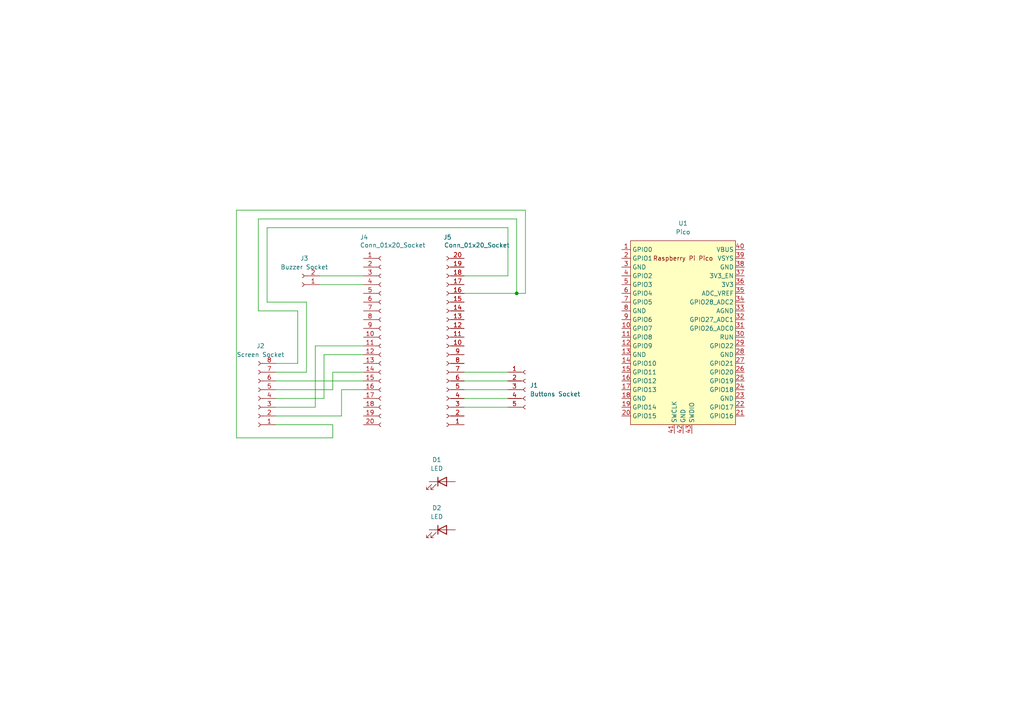
<source format=kicad_sch>
(kicad_sch (version 20231120) (generator "eeschema") (generator_version "8.0")
  (paper "A4")
  (lib_symbols
    (symbol "Connector:Conn_01x02_Socket" (pin_names (offset 1.016) hide)
      (property "Reference" "J" (at 0 2.54 0))
      (property "Value" "Conn_01x02_Socket" (at 0 -5.08 0))
      (symbol "Conn_01x02_Socket_1_1"
        (arc (start 0 -2.032) (mid -0.5058 -2.54) (end 0 -3.048) (stroke (width 0.1524)))
        (polyline (pts (xy -1.27 -2.54) (xy -0.508 -2.54)) (stroke (width 0.1524)))
        (polyline (pts (xy -1.27 0) (xy -0.508 0)) (stroke (width 0.1524)))
        (arc (start 0 0.508) (mid -0.5058 0) (end 0 -0.508) (stroke (width 0.1524)))
        (pin passive line (at -5.08 0 0) (length 3.81) (name "Pin_1") (number "1"))
        (pin passive line (at -5.08 -2.54 0) (length 3.81) (name "Pin_2") (number "2"))
      )
    )
    (symbol "Connector:Conn_01x05_Socket" (pin_names (offset 1.016) hide)
      (property "Reference" "J" (at 0 7.62 0))
      (property "Value" "Conn_01x05_Socket" (at 0 -7.62 0))
      (symbol "Conn_01x05_Socket_1_1"
        (arc (start 0 -4.572) (mid -0.5058 -5.08) (end 0 -5.588) (stroke (width 0.1524)))
        (arc (start 0 -2.032) (mid -0.5058 -2.54) (end 0 -3.048) (stroke (width 0.1524)))
        (polyline (pts (xy -1.27 -5.08) (xy -0.508 -5.08)) (stroke (width 0.1524)))
        (polyline (pts (xy -1.27 -2.54) (xy -0.508 -2.54)) (stroke (width 0.1524)))
        (polyline (pts (xy -1.27 0) (xy -0.508 0)) (stroke (width 0.1524)))
        (polyline (pts (xy -1.27 2.54) (xy -0.508 2.54)) (stroke (width 0.1524)))
        (polyline (pts (xy -1.27 5.08) (xy -0.508 5.08)) (stroke (width 0.1524)))
        (arc (start 0 0.508) (mid -0.5058 0) (end 0 -0.508) (stroke (width 0.1524)))
        (arc (start 0 3.048) (mid -0.5058 2.54) (end 0 2.032) (stroke (width 0.1524)))
        (arc (start 0 5.588) (mid -0.5058 5.08) (end 0 4.572) (stroke (width 0.1524)))
        (pin passive line (at -5.08 5.08 0) (length 3.81) (name "Pin_1") (number "1"))
        (pin passive line (at -5.08 2.54 0) (length 3.81) (name "Pin_2") (number "2"))
        (pin passive line (at -5.08 0 0) (length 3.81) (name "Pin_3") (number "3"))
        (pin passive line (at -5.08 -2.54 0) (length 3.81) (name "Pin_4") (number "4"))
        (pin passive line (at -5.08 -5.08 0) (length 3.81) (name "Pin_5") (number "5"))
      )
    )
    (symbol "Connector:Conn_01x08_Socket" (pin_names (offset 1.016) hide)
      (property "Reference" "J" (at 0 10.16 0))
      (property "Value" "Conn_01x08_Socket" (at 0 -12.7 0))
      (symbol "Conn_01x08_Socket_1_1"
        (arc (start 0 -9.652) (mid -0.5058 -10.16) (end 0 -10.668) (stroke (width 0.1524)))
        (arc (start 0 -7.112) (mid -0.5058 -7.62) (end 0 -8.128) (stroke (width 0.1524)))
        (arc (start 0 -4.572) (mid -0.5058 -5.08) (end 0 -5.588) (stroke (width 0.1524)))
        (arc (start 0 -2.032) (mid -0.5058 -2.54) (end 0 -3.048) (stroke (width 0.1524)))
        (polyline (pts (xy -1.27 -10.16) (xy -0.508 -10.16)) (stroke (width 0.1524)))
        (polyline (pts (xy -1.27 -7.62) (xy -0.508 -7.62)) (stroke (width 0.1524)))
        (polyline (pts (xy -1.27 -5.08) (xy -0.508 -5.08)) (stroke (width 0.1524)))
        (polyline (pts (xy -1.27 -2.54) (xy -0.508 -2.54)) (stroke (width 0.1524)))
        (polyline (pts (xy -1.27 0) (xy -0.508 0)) (stroke (width 0.1524)))
        (polyline (pts (xy -1.27 2.54) (xy -0.508 2.54)) (stroke (width 0.1524)))
        (polyline (pts (xy -1.27 5.08) (xy -0.508 5.08)) (stroke (width 0.1524)))
        (polyline (pts (xy -1.27 7.62) (xy -0.508 7.62)) (stroke (width 0.1524)))
        (arc (start 0 0.508) (mid -0.5058 0) (end 0 -0.508) (stroke (width 0.1524)))
        (arc (start 0 3.048) (mid -0.5058 2.54) (end 0 2.032) (stroke (width 0.1524)))
        (arc (start 0 5.588) (mid -0.5058 5.08) (end 0 4.572) (stroke (width 0.1524)))
        (arc (start 0 8.128) (mid -0.5058 7.62) (end 0 7.112) (stroke (width 0.1524)))
        (pin passive line (at -5.08 7.62 0) (length 3.81) (name "Pin_1") (number "1"))
        (pin passive line (at -5.08 5.08 0) (length 3.81) (name "Pin_2") (number "2"))
        (pin passive line (at -5.08 2.54 0) (length 3.81) (name "Pin_3") (number "3"))
        (pin passive line (at -5.08 0 0) (length 3.81) (name "Pin_4") (number "4"))
        (pin passive line (at -5.08 -2.54 0) (length 3.81) (name "Pin_5") (number "5"))
        (pin passive line (at -5.08 -5.08 0) (length 3.81) (name "Pin_6") (number "6"))
        (pin passive line (at -5.08 -7.62 0) (length 3.81) (name "Pin_7") (number "7"))
        (pin passive line (at -5.08 -10.16 0) (length 3.81) (name "Pin_8") (number "8"))
      )
    )
    (symbol "Connector:Conn_01x20_Socket" (pin_names (offset 1.016) hide)
      (property "Reference" "J" (at 0 25.4 0))
      (property "Value" "Conn_01x20_Socket" (at 0 -27.94 0))
      (symbol "Conn_01x20_Socket_1_1"
        (arc (start 0 -24.892) (mid -0.5058 -25.4) (end 0 -25.908) (stroke (width 0.1524)))
        (arc (start 0 -22.352) (mid -0.5058 -22.86) (end 0 -23.368) (stroke (width 0.1524)))
        (arc (start 0 -19.812) (mid -0.5058 -20.32) (end 0 -20.828) (stroke (width 0.1524)))
        (arc (start 0 -17.272) (mid -0.5058 -17.78) (end 0 -18.288) (stroke (width 0.1524)))
        (arc (start 0 -14.732) (mid -0.5058 -15.24) (end 0 -15.748) (stroke (width 0.1524)))
        (arc (start 0 -12.192) (mid -0.5058 -12.7) (end 0 -13.208) (stroke (width 0.1524)))
        (arc (start 0 -9.652) (mid -0.5058 -10.16) (end 0 -10.668) (stroke (width 0.1524)))
        (arc (start 0 -7.112) (mid -0.5058 -7.62) (end 0 -8.128) (stroke (width 0.1524)))
        (arc (start 0 -4.572) (mid -0.5058 -5.08) (end 0 -5.588) (stroke (width 0.1524)))
        (arc (start 0 -2.032) (mid -0.5058 -2.54) (end 0 -3.048) (stroke (width 0.1524)))
        (polyline (pts (xy -1.27 -25.4) (xy -0.508 -25.4)) (stroke (width 0.1524)))
        (polyline (pts (xy -1.27 -22.86) (xy -0.508 -22.86)) (stroke (width 0.1524)))
        (polyline (pts (xy -1.27 -20.32) (xy -0.508 -20.32)) (stroke (width 0.1524)))
        (polyline (pts (xy -1.27 -17.78) (xy -0.508 -17.78)) (stroke (width 0.1524)))
        (polyline (pts (xy -1.27 -15.24) (xy -0.508 -15.24)) (stroke (width 0.1524)))
        (polyline (pts (xy -1.27 -12.7) (xy -0.508 -12.7)) (stroke (width 0.1524)))
        (polyline (pts (xy -1.27 -10.16) (xy -0.508 -10.16)) (stroke (width 0.1524)))
        (polyline (pts (xy -1.27 -7.62) (xy -0.508 -7.62)) (stroke (width 0.1524)))
        (polyline (pts (xy -1.27 -5.08) (xy -0.508 -5.08)) (stroke (width 0.1524)))
        (polyline (pts (xy -1.27 -2.54) (xy -0.508 -2.54)) (stroke (width 0.1524)))
        (polyline (pts (xy -1.27 0) (xy -0.508 0)) (stroke (width 0.1524)))
        (polyline (pts (xy -1.27 2.54) (xy -0.508 2.54)) (stroke (width 0.1524)))
        (polyline (pts (xy -1.27 5.08) (xy -0.508 5.08)) (stroke (width 0.1524)))
        (polyline (pts (xy -1.27 7.62) (xy -0.508 7.62)) (stroke (width 0.1524)))
        (polyline (pts (xy -1.27 10.16) (xy -0.508 10.16)) (stroke (width 0.1524)))
        (polyline (pts (xy -1.27 12.7) (xy -0.508 12.7)) (stroke (width 0.1524)))
        (polyline (pts (xy -1.27 15.24) (xy -0.508 15.24)) (stroke (width 0.1524)))
        (polyline (pts (xy -1.27 17.78) (xy -0.508 17.78)) (stroke (width 0.1524)))
        (polyline (pts (xy -1.27 20.32) (xy -0.508 20.32)) (stroke (width 0.1524)))
        (polyline (pts (xy -1.27 22.86) (xy -0.508 22.86)) (stroke (width 0.1524)))
        (arc (start 0 0.508) (mid -0.5058 0) (end 0 -0.508) (stroke (width 0.1524)))
        (arc (start 0 3.048) (mid -0.5058 2.54) (end 0 2.032) (stroke (width 0.1524)))
        (arc (start 0 5.588) (mid -0.5058 5.08) (end 0 4.572) (stroke (width 0.1524)))
        (arc (start 0 8.128) (mid -0.5058 7.62) (end 0 7.112) (stroke (width 0.1524)))
        (arc (start 0 10.668) (mid -0.5058 10.16) (end 0 9.652) (stroke (width 0.1524)))
        (arc (start 0 13.208) (mid -0.5058 12.7) (end 0 12.192) (stroke (width 0.1524)))
        (arc (start 0 15.748) (mid -0.5058 15.24) (end 0 14.732) (stroke (width 0.1524)))
        (arc (start 0 18.288) (mid -0.5058 17.78) (end 0 17.272) (stroke (width 0.1524)))
        (arc (start 0 20.828) (mid -0.5058 20.32) (end 0 19.812) (stroke (width 0.1524)))
        (arc (start 0 23.368) (mid -0.5058 22.86) (end 0 22.352) (stroke (width 0.1524)))
        (pin passive line (at -5.08 22.86 0) (length 3.81) (name "Pin_1") (number "1"))
        (pin passive line (at -5.08 0 0) (length 3.81) (name "Pin_10") (number "10"))
        (pin passive line (at -5.08 -2.54 0) (length 3.81) (name "Pin_11") (number "11"))
        (pin passive line (at -5.08 -5.08 0) (length 3.81) (name "Pin_12") (number "12"))
        (pin passive line (at -5.08 -7.62 0) (length 3.81) (name "Pin_13") (number "13"))
        (pin passive line (at -5.08 -10.16 0) (length 3.81) (name "Pin_14") (number "14"))
        (pin passive line (at -5.08 -12.7 0) (length 3.81) (name "Pin_15") (number "15"))
        (pin passive line (at -5.08 -15.24 0) (length 3.81) (name "Pin_16") (number "16"))
        (pin passive line (at -5.08 -17.78 0) (length 3.81) (name "Pin_17") (number "17"))
        (pin passive line (at -5.08 -20.32 0) (length 3.81) (name "Pin_18") (number "18"))
        (pin passive line (at -5.08 -22.86 0) (length 3.81) (name "Pin_19") (number "19"))
        (pin passive line (at -5.08 20.32 0) (length 3.81) (name "Pin_2") (number "2"))
        (pin passive line (at -5.08 -25.4 0) (length 3.81) (name "Pin_20") (number "20"))
        (pin passive line (at -5.08 17.78 0) (length 3.81) (name "Pin_3") (number "3"))
        (pin passive line (at -5.08 15.24 0) (length 3.81) (name "Pin_4") (number "4"))
        (pin passive line (at -5.08 12.7 0) (length 3.81) (name "Pin_5") (number "5"))
        (pin passive line (at -5.08 10.16 0) (length 3.81) (name "Pin_6") (number "6"))
        (pin passive line (at -5.08 7.62 0) (length 3.81) (name "Pin_7") (number "7"))
        (pin passive line (at -5.08 5.08 0) (length 3.81) (name "Pin_8") (number "8"))
        (pin passive line (at -5.08 2.54 0) (length 3.81) (name "Pin_9") (number "9"))
      )
    )
    (symbol "Device:LED" (pin_numbers hide) (pin_names (offset 1.016) hide)
      (property "Reference" "D" (at 0 2.54 0))
      (property "Value" "LED" (at 0 -2.54 0))
      (symbol "LED_0_1"
        (polyline (pts (xy -1.27 -1.27) (xy -1.27 1.27)) (stroke (width 0.254)))
        (polyline (pts (xy -1.27 0) (xy 1.27 0)))
        (polyline (pts (xy 1.27 -1.27) (xy 1.27 1.27) (xy -1.27 0) (xy 1.27 -1.27)) (stroke (width 0.254)))
        (polyline (pts (xy -3.048 -0.762) (xy -4.572 -2.286) (xy -3.81 -2.286) (xy -4.572 -2.286) (xy -4.572 -1.524)))
        (polyline (pts (xy -1.778 -0.762) (xy -3.302 -2.286) (xy -2.54 -2.286) (xy -3.302 -2.286) (xy -3.302 -1.524)))
      )
      (symbol "LED_1_1"
        (pin passive line (at -3.81 0 0) (length 2.54) (name "K") (number "1"))
        (pin passive line (at 3.81 0 180) (length 2.54) (name "A") (number "2"))
      )
    )
    (symbol "MCU_RaspberryPi_and_Boards:Pico"
      (property "Reference" "U" (at -13.97 27.94 0))
      (property "Value" "Pico" (at 0 19.05 0))
      (symbol "Pico_0_0"
        (text "Raspberry Pi Pico" (at 0 21.59 0) (effects (font (size 1.27 1.27))))
      )
      (symbol "Pico_0_1"
        (rectangle (start -15.24 26.67) (end 15.24 -26.67) (fill (type background)))
      )
      (symbol "Pico_1_1"
        (pin bidirectional line (at -17.78 24.13 0) (length 2.54) (name "GPIO0") (number "1"))
        (pin bidirectional line (at -17.78 1.27 0) (length 2.54) (name "GPIO7") (number "10"))
        (pin bidirectional line (at -17.78 -1.27 0) (length 2.54) (name "GPIO8") (number "11"))
        (pin bidirectional line (at -17.78 -3.81 0) (length 2.54) (name "GPIO9") (number "12"))
        (pin power_in line (at -17.78 -6.35 0) (length 2.54) (name "GND") (number "13"))
        (pin bidirectional line (at -17.78 -8.89 0) (length 2.54) (name "GPIO10") (number "14"))
        (pin bidirectional line (at -17.78 -11.43 0) (length 2.54) (name "GPIO11") (number "15"))
        (pin bidirectional line (at -17.78 -13.97 0) (length 2.54) (name "GPIO12") (number "16"))
        (pin bidirectional line (at -17.78 -16.51 0) (length 2.54) (name "GPIO13") (number "17"))
        (pin power_in line (at -17.78 -19.05 0) (length 2.54) (name "GND") (number "18"))
        (pin bidirectional line (at -17.78 -21.59 0) (length 2.54) (name "GPIO14") (number "19"))
        (pin bidirectional line (at -17.78 21.59 0) (length 2.54) (name "GPIO1") (number "2"))
        (pin bidirectional line (at -17.78 -24.13 0) (length 2.54) (name "GPIO15") (number "20"))
        (pin bidirectional line (at 17.78 -24.13 180) (length 2.54) (name "GPIO16") (number "21"))
        (pin bidirectional line (at 17.78 -21.59 180) (length 2.54) (name "GPIO17") (number "22"))
        (pin power_in line (at 17.78 -19.05 180) (length 2.54) (name "GND") (number "23"))
        (pin bidirectional line (at 17.78 -16.51 180) (length 2.54) (name "GPIO18") (number "24"))
        (pin bidirectional line (at 17.78 -13.97 180) (length 2.54) (name "GPIO19") (number "25"))
        (pin bidirectional line (at 17.78 -11.43 180) (length 2.54) (name "GPIO20") (number "26"))
        (pin bidirectional line (at 17.78 -8.89 180) (length 2.54) (name "GPIO21") (number "27"))
        (pin power_in line (at 17.78 -6.35 180) (length 2.54) (name "GND") (number "28"))
        (pin bidirectional line (at 17.78 -3.81 180) (length 2.54) (name "GPIO22") (number "29"))
        (pin power_in line (at -17.78 19.05 0) (length 2.54) (name "GND") (number "3"))
        (pin input line (at 17.78 -1.27 180) (length 2.54) (name "RUN") (number "30"))
        (pin bidirectional line (at 17.78 1.27 180) (length 2.54) (name "GPIO26_ADC0") (number "31"))
        (pin bidirectional line (at 17.78 3.81 180) (length 2.54) (name "GPIO27_ADC1") (number "32"))
        (pin power_in line (at 17.78 6.35 180) (length 2.54) (name "AGND") (number "33"))
        (pin bidirectional line (at 17.78 8.89 180) (length 2.54) (name "GPIO28_ADC2") (number "34"))
        (pin power_in line (at 17.78 11.43 180) (length 2.54) (name "ADC_VREF") (number "35"))
        (pin power_in line (at 17.78 13.97 180) (length 2.54) (name "3V3") (number "36"))
        (pin input line (at 17.78 16.51 180) (length 2.54) (name "3V3_EN") (number "37"))
        (pin bidirectional line (at 17.78 19.05 180) (length 2.54) (name "GND") (number "38"))
        (pin power_in line (at 17.78 21.59 180) (length 2.54) (name "VSYS") (number "39"))
        (pin bidirectional line (at -17.78 16.51 0) (length 2.54) (name "GPIO2") (number "4"))
        (pin power_in line (at 17.78 24.13 180) (length 2.54) (name "VBUS") (number "40"))
        (pin input line (at -2.54 -29.21 90) (length 2.54) (name "SWCLK") (number "41"))
        (pin power_in line (at 0 -29.21 90) (length 2.54) (name "GND") (number "42"))
        (pin bidirectional line (at 2.54 -29.21 90) (length 2.54) (name "SWDIO") (number "43"))
        (pin bidirectional line (at -17.78 13.97 0) (length 2.54) (name "GPIO3") (number "5"))
        (pin bidirectional line (at -17.78 11.43 0) (length 2.54) (name "GPIO4") (number "6"))
        (pin bidirectional line (at -17.78 8.89 0) (length 2.54) (name "GPIO5") (number "7"))
        (pin power_in line (at -17.78 6.35 0) (length 2.54) (name "GND") (number "8"))
        (pin bidirectional line (at -17.78 3.81 0) (length 2.54) (name "GPIO6") (number "9"))
      )
    )
  )
  (junction (at 149.86 85.09))
  (wire (pts (xy 149.86 85.09) (xy 149.86 63.5)))
  (wire (pts (xy 99.06 120.65) (xy 99.06 113.03)))
  (wire (pts (xy 80.01 118.11) (xy 91.44 118.11)))
  (wire (pts (xy 74.93 90.17) (xy 86.36 90.17)))
  (wire (pts (xy 80.01 115.57) (xy 93.98 115.57)))
  (wire (pts (xy 147.32 66.04) (xy 77.47 66.04)))
  (wire (pts (xy 147.32 80.01) (xy 147.32 66.04)))
  (wire (pts (xy 80.01 120.65) (xy 99.06 120.65)))
  (wire (pts (xy 134.62 80.01) (xy 147.32 80.01)))
  (wire (pts (xy 91.44 100.33) (xy 105.41 100.33)))
  (wire (pts (xy 152.4 85.09) (xy 149.86 85.09)))
  (wire (pts (xy 152.4 60.96) (xy 152.4 85.09)))
  (wire (pts (xy 77.47 87.63) (xy 88.9 87.63)))
  (wire (pts (xy 93.98 102.87) (xy 105.41 102.87)))
  (wire (pts (xy 88.9 107.95) (xy 80.01 107.95)))
  (wire (pts (xy 149.86 63.5) (xy 74.93 63.5)))
  (wire (pts (xy 68.58 127) (xy 68.58 60.96)))
  (wire (pts (xy 134.62 107.95) (xy 147.32 107.95)))
  (wire (pts (xy 134.62 115.57) (xy 147.32 115.57)))
  (wire (pts (xy 77.47 66.04) (xy 77.47 87.63)))
  (wire (pts (xy 68.58 60.96) (xy 152.4 60.96)))
  (wire (pts (xy 96.52 113.03) (xy 96.52 107.95)))
  (wire (pts (xy 91.44 118.11) (xy 91.44 100.33)))
  (wire (pts (xy 80.01 110.49) (xy 105.41 110.49)))
  (wire (pts (xy 74.93 63.5) (xy 74.93 90.17)))
  (wire (pts (xy 88.9 87.63) (xy 88.9 107.95)))
  (wire (pts (xy 96.52 107.95) (xy 105.41 107.95)))
  (wire (pts (xy 134.62 118.11) (xy 147.32 118.11)))
  (wire (pts (xy 86.36 105.41) (xy 80.01 105.41)))
  (wire (pts (xy 96.52 127) (xy 96.52 123.19)))
  (wire (pts (xy 99.06 113.03) (xy 105.41 113.03)))
  (wire (pts (xy 92.71 82.55) (xy 105.41 82.55)))
  (wire (pts (xy 134.62 85.09) (xy 149.86 85.09)))
  (wire (pts (xy 134.62 113.03) (xy 147.32 113.03)))
  (wire (pts (xy 134.62 110.49) (xy 147.32 110.49)))
  (wire (pts (xy 80.01 113.03) (xy 96.52 113.03)))
  (wire (pts (xy 96.52 127) (xy 68.58 127)))
  (wire (pts (xy 86.36 90.17) (xy 86.36 105.41)))
  (wire (pts (xy 93.98 115.57) (xy 93.98 102.87)))
  (wire (pts (xy 80.01 123.19) (xy 96.52 123.19)))
  (wire (pts (xy 92.71 80.01) (xy 105.41 80.01)))
  (symbol (lib_id "MCU_RaspberryPi_and_Boards:Pico") (at 198.12 96.52 0) (unit 1)
    (property "Reference" "U1" (at 198.12 64.77 0))
    (property "Value" "Pico" (at 198.12 67.31 0))
    (property "Footprint" "Module:RaspberryPi_Pico_Common_THT" (effects (hide yes)))
  )
  (symbol (lib_id "Connector:Conn_01x08_Socket") (at 74.93 115.57 180) (unit 1)
    (property "Reference" "J2" (at 75.565 100.33 0))
    (property "Value" "Screen Socket" (at 75.565 102.87 0))
    (property "Footprint" "Connector_JST:JST_XH_B8B-XH-A_1x08_P2.50mm_Vertical" (effects (hide yes)))
    (property "Description" "Generic connector, single row, 01x08, script generated" (effects (hide yes)))
  )
  (symbol (lib_id "Device:LED") (at 128.27 153.67 0) (unit 1)
    (property "Reference" "D2" (at 126.6825 147.32 0))
    (property "Value" "LED" (at 126.6825 149.86 0))
    (property "Description" "Light emitting diode" (effects (hide yes)))
  )
  (symbol (lib_id "Connector:Conn_01x20_Socket") (at 110.49 97.79 0) (unit 1)
    (property "Reference" "J4" (at 104.394 68.834 0) (effects (justify left)))
    (property "Value" "Conn_01x20_Socket" (at 104.394 71.12 0) (effects (justify left)))
    (property "Footprint" "Connector_PinSocket_2.54mm:PinSocket_1x20_P2.54mm_Vertical" (effects (hide yes)))
    (property "Description" "Generic connector, single row, 01x20, script generated" (effects (hide yes)))
  )
  (symbol (lib_id "Connector:Conn_01x02_Socket") (at 87.63 82.55 180) (unit 1)
    (property "Reference" "J3" (at 88.265 74.93 0))
    (property "Value" "Buzzer Socket" (at 88.265 77.47 0))
    (property "Footprint" "Connector_JST:JST_XH_B2B-XH-AM_1x02_P2.50mm_Vertical" (effects (hide yes)))
    (property "Description" "Generic connector, single row, 01x02, script generated" (effects (hide yes)))
  )
  (symbol (lib_id "Connector:Conn_01x20_Socket") (at 129.54 100.33 180) (unit 1)
    (property "Reference" "J5" (at 129.794 68.834 0))
    (property "Value" "Conn_01x20_Socket" (at 138.303 71.12 0))
    (property "Footprint" "Connector_PinSocket_2.54mm:PinSocket_1x20_P2.54mm_Vertical" (effects (hide yes)))
    (property "Description" "Generic connector, single row, 01x20, script generated" (effects (hide yes)))
  )
  (symbol (lib_id "Connector:Conn_01x05_Socket") (at 152.4 113.03 0) (unit 1)
    (property "Reference" "J1" (at 153.67 111.7599 0) (effects (justify left)))
    (property "Value" "Buttons Socket" (at 153.67 114.2999 0) (effects (justify left)))
    (property "Footprint" "Connector_JST:JST_XH_B5B-XH-A_1x05_P2.50mm_Vertical" (effects (hide yes)))
    (property "Description" "Generic connector, single row, 01x05, script generated" (effects (hide yes)))
  )
  (symbol (lib_id "Device:LED") (at 128.27 139.7 0) (unit 1)
    (property "Reference" "D1" (at 126.6825 133.35 0))
    (property "Value" "LED" (at 126.6825 135.89 0))
    (property "Description" "Light emitting diode" (effects (hide yes)))
  )
)
</source>
